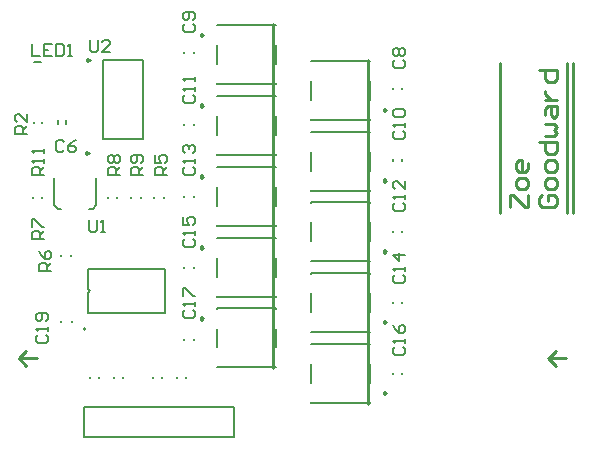
<source format=gto>
G04*
G04 #@! TF.GenerationSoftware,Altium Limited,Altium Designer,19.0.15 (446)*
G04*
G04 Layer_Color=65535*
%FSLAX25Y25*%
%MOIN*%
G70*
G01*
G75*
%ADD10C,0.00984*%
%ADD11C,0.00787*%
%ADD12C,0.01000*%
%ADD13C,0.00800*%
D10*
X143823Y397642D02*
X143085Y398068D01*
Y397216D01*
X143823Y397642D01*
X143429Y366764D02*
X142691Y367190D01*
Y366338D01*
X143429Y366764D01*
X181728Y406090D02*
X180990Y406517D01*
Y405664D01*
X181728Y406090D01*
X242756Y286748D02*
X242018Y287174D01*
Y286322D01*
X242756Y286748D01*
X181728Y382456D02*
X180990Y382882D01*
Y382030D01*
X181728Y382456D01*
X242756Y310336D02*
X242018Y310762D01*
Y309909D01*
X242756Y310336D01*
X181728Y358821D02*
X180990Y359247D01*
Y358395D01*
X181728Y358821D01*
X242756Y333923D02*
X242018Y334349D01*
Y333497D01*
X242756Y333923D01*
X181728Y335186D02*
X180990Y335612D01*
Y334760D01*
X181728Y335186D01*
X242756Y357511D02*
X242018Y357937D01*
Y357085D01*
X242756Y357511D01*
X181728Y311551D02*
X180990Y311977D01*
Y311125D01*
X181728Y311551D01*
X242756Y381098D02*
X242018Y381525D01*
Y380672D01*
X242756Y381098D01*
D11*
X143220Y320034D02*
X143860Y320673D01*
X143220Y321313D01*
X248075Y387902D02*
Y388295D01*
X244925Y387902D02*
Y388295D01*
X248075Y364152D02*
Y364545D01*
X244925Y364152D02*
Y364545D01*
X248075Y340402D02*
Y340795D01*
X244925Y340402D02*
Y340795D01*
X248075Y316652D02*
Y317045D01*
X244925Y316652D02*
Y317045D01*
X248075Y292902D02*
Y293295D01*
X244925Y292902D02*
Y293295D01*
X148252Y371461D02*
X161638D01*
X148252Y397839D02*
X161638D01*
Y371461D02*
Y397839D01*
X148252Y371461D02*
Y397839D01*
X178575Y399898D02*
Y400291D01*
X175425Y399898D02*
Y400291D01*
X178575Y376023D02*
Y376416D01*
X175425Y376023D02*
Y376416D01*
X178575Y328273D02*
Y328666D01*
X175425Y328273D02*
Y328666D01*
X178575Y304398D02*
Y304791D01*
X175425Y304398D02*
Y304791D01*
X135780Y376410D02*
Y377591D01*
X133221Y376410D02*
Y377591D01*
X146087Y349244D02*
Y358299D01*
X144905Y348063D02*
X146087Y349244D01*
X143724Y348063D02*
X144905D01*
X133095Y348063D02*
X134276D01*
X131913Y349244D02*
X133095Y348063D01*
X131913Y349244D02*
Y358299D01*
X125319Y397154D02*
X127681D01*
X127878Y376803D02*
Y377197D01*
X125122Y376803D02*
Y377197D01*
X143220Y313232D02*
Y320034D01*
Y321313D02*
Y328114D01*
X168811D01*
Y313232D02*
Y328114D01*
X143220Y313232D02*
X168811D01*
X178575Y352148D02*
Y352541D01*
X175425Y352148D02*
Y352541D01*
X137575Y332303D02*
Y332697D01*
X134425Y332303D02*
Y332697D01*
X124925Y351803D02*
Y352197D01*
X128075Y351803D02*
Y352197D01*
X165327Y351803D02*
Y352197D01*
X168476Y351803D02*
Y352197D01*
X157650Y351803D02*
Y352197D01*
X160799Y351803D02*
Y352197D01*
X149925Y351803D02*
Y352197D01*
X153075Y351803D02*
Y352197D01*
X143925Y291653D02*
Y292047D01*
X147075Y291653D02*
Y292047D01*
X151925Y291705D02*
Y292098D01*
X155075Y291705D02*
Y292098D01*
X137772Y310303D02*
Y310697D01*
X134228Y310303D02*
Y310697D01*
X164925Y291705D02*
Y292098D01*
X168075Y291705D02*
Y292098D01*
X172925Y291705D02*
Y292098D01*
X176075Y291705D02*
Y292098D01*
X142000Y272000D02*
Y282000D01*
X192000D01*
X142000Y272000D02*
X192000D01*
Y282000D01*
X186158Y409437D02*
X205842D01*
X186158Y389752D02*
X205842D01*
X186158D02*
Y389949D01*
X205842Y389752D02*
Y389949D01*
Y409240D02*
Y409437D01*
X186158Y409240D02*
Y409437D01*
Y396445D02*
Y402744D01*
X205842Y396445D02*
Y402744D01*
X217657Y283402D02*
X237343D01*
X217657Y303087D02*
X237343D01*
Y302890D02*
Y303087D01*
X217657Y302890D02*
Y303087D01*
Y283402D02*
Y283598D01*
X237343Y283402D02*
Y283598D01*
Y290094D02*
Y296394D01*
X217657Y290094D02*
Y296394D01*
X186158Y385802D02*
X205842D01*
X186158Y366117D02*
X205842D01*
X186158D02*
Y366314D01*
X205842Y366117D02*
Y366314D01*
Y385605D02*
Y385802D01*
X186158Y385605D02*
Y385802D01*
Y372810D02*
Y379109D01*
X205842Y372810D02*
Y379109D01*
X217657Y306989D02*
X237343D01*
X217657Y326674D02*
X237343D01*
Y326477D02*
Y326674D01*
X217657Y326477D02*
Y326674D01*
Y306989D02*
Y307186D01*
X237343Y306989D02*
Y307186D01*
Y313682D02*
Y319981D01*
X217657Y313682D02*
Y319981D01*
X186158Y362167D02*
X205842D01*
X186158Y342482D02*
X205842D01*
X186158D02*
Y342679D01*
X205842Y342482D02*
Y342679D01*
Y361970D02*
Y362167D01*
X186158Y361970D02*
Y362167D01*
Y349175D02*
Y355474D01*
X205842Y349175D02*
Y355474D01*
X217657Y330577D02*
X237343D01*
X217657Y350262D02*
X237343D01*
Y350065D02*
Y350262D01*
X217657Y350065D02*
Y350262D01*
Y330577D02*
Y330774D01*
X237343Y330577D02*
Y330774D01*
Y337270D02*
Y343569D01*
X217657Y337270D02*
Y343569D01*
X186158Y338532D02*
X205842D01*
X186158Y318847D02*
X205842D01*
X186158D02*
Y319044D01*
X205842Y318847D02*
Y319044D01*
Y338336D02*
Y338532D01*
X186158Y338336D02*
Y338532D01*
Y325540D02*
Y331840D01*
X205842Y325540D02*
Y331840D01*
X217657Y354164D02*
X237343D01*
X217657Y373849D02*
X237343D01*
Y373653D02*
Y373849D01*
X217657Y373653D02*
Y373849D01*
Y354164D02*
Y354361D01*
X237343Y354164D02*
Y354361D01*
Y360857D02*
Y367157D01*
X217657Y360857D02*
Y367157D01*
X186158Y314898D02*
X205842D01*
X186158Y295213D02*
X205842D01*
X186158D02*
Y295409D01*
X205842Y295213D02*
Y295409D01*
Y314701D02*
Y314898D01*
X186158Y314701D02*
Y314898D01*
Y301905D02*
Y308205D01*
X205842Y301905D02*
Y308205D01*
X217657Y377752D02*
X237343D01*
X217657Y397437D02*
X237343D01*
Y397240D02*
Y397437D01*
X217657Y397240D02*
Y397437D01*
Y377752D02*
Y377949D01*
X237343Y377752D02*
Y377949D01*
Y384445D02*
Y390744D01*
X217657Y384445D02*
Y390744D01*
D12*
X305000Y346545D02*
Y396545D01*
X296750Y298284D02*
X302750D01*
X296783D02*
X299250Y300750D01*
X296750Y298250D02*
X299250Y295750D01*
X120250Y298250D02*
X122750Y295750D01*
X120250Y298250D02*
Y298284D01*
X120283D02*
X120717D01*
X120283D02*
X122750Y300750D01*
X120250Y298284D02*
X120283D01*
X120250D02*
X126250D01*
X280500Y346545D02*
Y396545D01*
X303000Y346545D02*
Y396545D01*
X142000Y308000D02*
Y308500D01*
X205000Y295158D02*
Y400000D01*
Y409842D01*
X236500Y293000D02*
Y397847D01*
Y283134D02*
Y293000D01*
X294502Y352544D02*
X293502Y351544D01*
Y349545D01*
X294502Y348545D01*
X298500D01*
X299500Y349545D01*
Y351544D01*
X298500Y352544D01*
X296501D01*
Y350545D01*
X299500Y355543D02*
Y357542D01*
X298500Y358542D01*
X296501D01*
X295501Y357542D01*
Y355543D01*
X296501Y354543D01*
X298500D01*
X299500Y355543D01*
Y361541D02*
Y363541D01*
X298500Y364540D01*
X296501D01*
X295501Y363541D01*
Y361541D01*
X296501Y360541D01*
X298500D01*
X299500Y361541D01*
X293502Y370538D02*
X299500D01*
Y367539D01*
X298500Y366540D01*
X296501D01*
X295501Y367539D01*
Y370538D01*
Y372537D02*
X298500D01*
X299500Y373537D01*
X298500Y374537D01*
X299500Y375537D01*
X298500Y376536D01*
X295501D01*
Y379535D02*
Y381535D01*
X296501Y382534D01*
X299500D01*
Y379535D01*
X298500Y378536D01*
X297501Y379535D01*
Y382534D01*
X295501Y384534D02*
X299500D01*
X297501D01*
X296501Y385533D01*
X295501Y386533D01*
Y387533D01*
X293502Y394530D02*
X299500D01*
Y391531D01*
X298500Y390532D01*
X296501D01*
X295501Y391531D01*
Y394530D01*
X284002Y348545D02*
Y352544D01*
X285002D01*
X289000Y348545D01*
X290000D01*
Y352544D01*
Y355543D02*
Y357542D01*
X289000Y358542D01*
X287001D01*
X286001Y357542D01*
Y355543D01*
X287001Y354543D01*
X289000D01*
X290000Y355543D01*
Y363541D02*
Y361541D01*
X289000Y360541D01*
X287001D01*
X286001Y361541D01*
Y363541D01*
X287001Y364540D01*
X288001D01*
Y360541D01*
D13*
X245668Y397666D02*
X245001Y396999D01*
Y395666D01*
X245668Y395000D01*
X248334D01*
X249000Y395666D01*
Y396999D01*
X248334Y397666D01*
X245668Y398999D02*
X245001Y399665D01*
Y400998D01*
X245668Y401664D01*
X246334D01*
X247001Y400998D01*
X247667Y401664D01*
X248334D01*
X249000Y400998D01*
Y399665D01*
X248334Y398999D01*
X247667D01*
X247001Y399665D01*
X246334Y398999D01*
X245668D01*
X247001Y399665D02*
Y400998D01*
X245668Y374126D02*
X245001Y373460D01*
Y372127D01*
X245668Y371461D01*
X248334D01*
X249000Y372127D01*
Y373460D01*
X248334Y374126D01*
X249000Y375459D02*
Y376792D01*
Y376126D01*
X245001D01*
X245668Y375459D01*
Y378792D02*
X245001Y379458D01*
Y380791D01*
X245668Y381457D01*
X248334D01*
X249000Y380791D01*
Y379458D01*
X248334Y378792D01*
X245668D01*
Y350166D02*
X245001Y349499D01*
Y348166D01*
X245668Y347500D01*
X248334D01*
X249000Y348166D01*
Y349499D01*
X248334Y350166D01*
X249000Y351499D02*
Y352832D01*
Y352165D01*
X245001D01*
X245668Y351499D01*
X249000Y357497D02*
Y354831D01*
X246334Y357497D01*
X245668D01*
X245001Y356830D01*
Y355497D01*
X245668Y354831D01*
Y326166D02*
X245001Y325499D01*
Y324166D01*
X245668Y323500D01*
X248334D01*
X249000Y324166D01*
Y325499D01*
X248334Y326166D01*
X249000Y327499D02*
Y328832D01*
Y328165D01*
X245001D01*
X245668Y327499D01*
X249000Y332830D02*
X245001D01*
X247001Y330831D01*
Y333497D01*
X245668Y302166D02*
X245001Y301499D01*
Y300166D01*
X245668Y299500D01*
X248334D01*
X249000Y300166D01*
Y301499D01*
X248334Y302166D01*
X249000Y303499D02*
Y304832D01*
Y304165D01*
X245001D01*
X245668Y303499D01*
X245001Y309497D02*
X245668Y308164D01*
X247001Y306831D01*
X248334D01*
X249000Y307497D01*
Y308830D01*
X248334Y309497D01*
X247667D01*
X247001Y308830D01*
Y306831D01*
X144000Y404499D02*
Y401166D01*
X144667Y400500D01*
X145999D01*
X146666Y401166D01*
Y404499D01*
X150664Y400500D02*
X147999D01*
X150664Y403166D01*
Y403832D01*
X149998Y404499D01*
X148665D01*
X147999Y403832D01*
X175668Y409666D02*
X175001Y408999D01*
Y407666D01*
X175668Y407000D01*
X178333D01*
X179000Y407666D01*
Y408999D01*
X178333Y409666D01*
Y410999D02*
X179000Y411665D01*
Y412998D01*
X178333Y413664D01*
X175668D01*
X175001Y412998D01*
Y411665D01*
X175668Y410999D01*
X176334D01*
X177001Y411665D01*
Y413664D01*
X175668Y386166D02*
X175001Y385499D01*
Y384166D01*
X175668Y383500D01*
X178333D01*
X179000Y384166D01*
Y385499D01*
X178333Y386166D01*
X179000Y387499D02*
Y388832D01*
Y388165D01*
X175001D01*
X175668Y387499D01*
X179000Y390831D02*
Y392164D01*
Y391497D01*
X175001D01*
X175668Y390831D01*
Y338166D02*
X175001Y337499D01*
Y336166D01*
X175668Y335500D01*
X178333D01*
X179000Y336166D01*
Y337499D01*
X178333Y338166D01*
X179000Y339499D02*
Y340832D01*
Y340165D01*
X175001D01*
X175668Y339499D01*
X175001Y345497D02*
Y342831D01*
X177001D01*
X176334Y344164D01*
Y344830D01*
X177001Y345497D01*
X178333D01*
X179000Y344830D01*
Y343497D01*
X178333Y342831D01*
X175668Y314217D02*
X175001Y313550D01*
Y312218D01*
X175668Y311551D01*
X178333D01*
X179000Y312218D01*
Y313550D01*
X178333Y314217D01*
X179000Y315550D02*
Y316883D01*
Y316216D01*
X175001D01*
X175668Y315550D01*
X175001Y318882D02*
Y321548D01*
X175668D01*
X178333Y318882D01*
X179000D01*
X135166Y370489D02*
X134499Y371155D01*
X133167D01*
X132500Y370489D01*
Y367823D01*
X133167Y367157D01*
X134499D01*
X135166Y367823D01*
X139164Y371155D02*
X137832Y370489D01*
X136499Y369156D01*
Y367823D01*
X137165Y367157D01*
X138498D01*
X139164Y367823D01*
Y368489D01*
X138498Y369156D01*
X136499D01*
X128500Y359500D02*
X124501D01*
Y361499D01*
X125168Y362166D01*
X126501D01*
X127167Y361499D01*
Y359500D01*
Y360833D02*
X128500Y362166D01*
Y363499D02*
Y364832D01*
Y364165D01*
X124501D01*
X125168Y363499D01*
X128500Y366831D02*
Y368164D01*
Y367497D01*
X124501D01*
X125168Y366831D01*
X124500Y402999D02*
Y399000D01*
X127166D01*
X131165Y402999D02*
X128499D01*
Y399000D01*
X131165D01*
X128499Y400999D02*
X129832D01*
X132497Y402999D02*
Y399000D01*
X134497D01*
X135163Y399666D01*
Y402332D01*
X134497Y402999D01*
X132497D01*
X136496Y399000D02*
X137829D01*
X137163D01*
Y402999D01*
X136496Y402332D01*
X123000Y373000D02*
X119001D01*
Y374999D01*
X119668Y375666D01*
X121001D01*
X121667Y374999D01*
Y373000D01*
Y374333D02*
X123000Y375666D01*
Y379664D02*
Y376999D01*
X120334Y379664D01*
X119668D01*
X119001Y378998D01*
Y377665D01*
X119668Y376999D01*
X143500Y344499D02*
Y341166D01*
X144167Y340500D01*
X145499D01*
X146166Y341166D01*
Y344499D01*
X147499Y340500D02*
X148832D01*
X148165D01*
Y344499D01*
X147499Y343832D01*
X175668Y362166D02*
X175001Y361499D01*
Y360166D01*
X175668Y359500D01*
X178333D01*
X179000Y360166D01*
Y361499D01*
X178333Y362166D01*
X179000Y363499D02*
Y364832D01*
Y364165D01*
X175001D01*
X175668Y363499D01*
Y366831D02*
X175001Y367497D01*
Y368830D01*
X175668Y369497D01*
X176334D01*
X177001Y368830D01*
Y368164D01*
Y368830D01*
X177667Y369497D01*
X178333D01*
X179000Y368830D01*
Y367497D01*
X178333Y366831D01*
X161638Y359500D02*
X157639D01*
Y361499D01*
X158306Y362166D01*
X159639D01*
X160305Y361499D01*
Y359500D01*
Y360833D02*
X161638Y362166D01*
X160971Y363499D02*
X161638Y364165D01*
Y365498D01*
X160971Y366164D01*
X158306D01*
X157639Y365498D01*
Y364165D01*
X158306Y363499D01*
X158972D01*
X159639Y364165D01*
Y366164D01*
X154000Y359500D02*
X150001D01*
Y361499D01*
X150668Y362166D01*
X152001D01*
X152667Y361499D01*
Y359500D01*
Y360833D02*
X154000Y362166D01*
X150668Y363499D02*
X150001Y364165D01*
Y365498D01*
X150668Y366164D01*
X151334D01*
X152001Y365498D01*
X152667Y366164D01*
X153333D01*
X154000Y365498D01*
Y364165D01*
X153333Y363499D01*
X152667D01*
X152001Y364165D01*
X151334Y363499D01*
X150668D01*
X152001Y364165D02*
Y365498D01*
X128500Y338000D02*
X124501D01*
Y339999D01*
X125168Y340666D01*
X126501D01*
X127167Y339999D01*
Y338000D01*
Y339333D02*
X128500Y340666D01*
X124501Y341999D02*
Y344665D01*
X125168D01*
X127833Y341999D01*
X128500D01*
X131000Y327500D02*
X127001D01*
Y329499D01*
X127668Y330166D01*
X129001D01*
X129667Y329499D01*
Y327500D01*
Y328833D02*
X131000Y330166D01*
X127001Y334165D02*
X127668Y332832D01*
X129001Y331499D01*
X130333D01*
X131000Y332165D01*
Y333498D01*
X130333Y334165D01*
X129667D01*
X129001Y333498D01*
Y331499D01*
X169500Y359500D02*
X165501D01*
Y361499D01*
X166168Y362166D01*
X167501D01*
X168167Y361499D01*
Y359500D01*
Y360833D02*
X169500Y362166D01*
X165501Y366164D02*
Y363499D01*
X167501D01*
X166834Y364832D01*
Y365498D01*
X167501Y366164D01*
X168833D01*
X169500Y365498D01*
Y364165D01*
X168833Y363499D01*
X126668Y306166D02*
X126001Y305499D01*
Y304166D01*
X126668Y303500D01*
X129333D01*
X130000Y304166D01*
Y305499D01*
X129333Y306166D01*
X130000Y307499D02*
Y308832D01*
Y308165D01*
X126001D01*
X126668Y307499D01*
X129333Y310831D02*
X130000Y311497D01*
Y312830D01*
X129333Y313497D01*
X126668D01*
X126001Y312830D01*
Y311497D01*
X126668Y310831D01*
X127334D01*
X128001Y311497D01*
Y313497D01*
M02*

</source>
